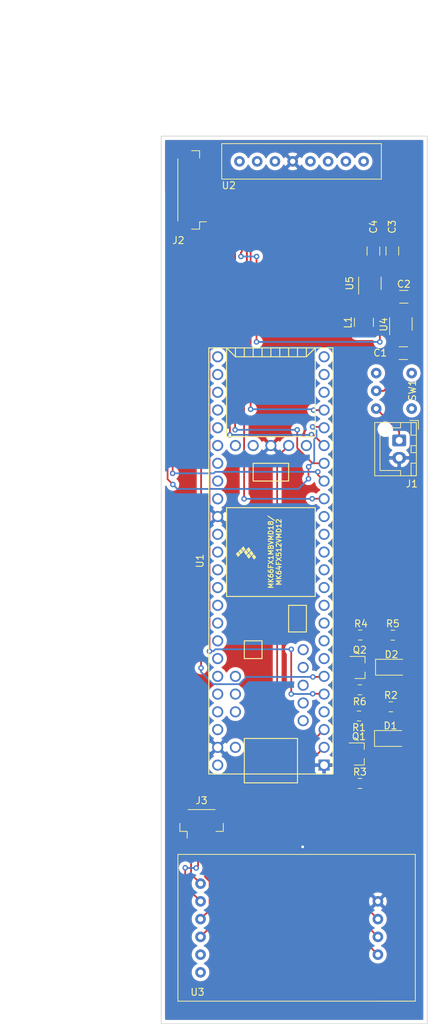
<source format=kicad_pcb>
(kicad_pcb (version 20171130) (host pcbnew "(5.1.2)-2")
  (layers (0 F.Cu signal) (31 B.Cu signal) (34 B.Paste user) (35 F.Paste user) (36 B.SilkS user) (37 F.SilkS user) (38 B.Mask user) (39 F.Mask user) (44 Edge.Cuts user))
  (net 0 "")
  (net 1 +3V3)
  (net 2 "Net-(U1-Pad22)")
  (net 3 "Net-(U1-Pad23)")
  (net 4 "Net-(U1-Pad24)")
  (net 5 "Net-(U1-Pad25)")
  (net 6 GNDREF)
  (net 7 "Net-(U1-Pad28)")
  (net 8 "Net-(U1-Pad29)")
  (net 9 "Net-(U1-Pad30)")
  (net 10 "Net-(U1-Pad31)")
  (net 11 "Net-(U1-Pad32)")
  (net 12 "Net-(U1-Pad33)")
  (net 13 "Net-(U1-Pad34)")
  (net 14 "Net-(U1-Pad35)")
  (net 15 "Net-(U1-Pad36)")
  (net 16 "Net-(U1-Pad37)")
  (net 17 "Net-(U1-Pad12)")
  (net 18 "Net-(U1-Pad10)")
  (net 19 "Net-(U1-Pad9)")
  (net 20 "Net-(U1-Pad7)")
  (net 21 "Net-(U1-Pad38)")
  (net 22 "Net-(U1-Pad41)")
  (net 23 "Net-(U1-Pad42)")
  (net 24 "Net-(U1-Pad43)")
  (net 25 "Net-(U1-Pad44)")
  (net 26 "Net-(U1-Pad47)")
  (net 27 "Net-(U1-Pad48)")
  (net 28 "Net-(U1-Pad49)")
  (net 29 "Net-(U1-Pad50)")
  (net 30 "Net-(U1-Pad54)")
  (net 31 "Net-(U1-Pad55)")
  (net 32 "Net-(U1-Pad56)")
  (net 33 "Net-(U1-Pad57)")
  (net 34 "Net-(U3-Pad5)")
  (net 35 "Net-(U3-Pad6)")
  (net 36 "Net-(C1-Pad2)")
  (net 37 +3.3VA)
  (net 38 +5V)
  (net 39 "Net-(L1-Pad2)")
  (net 40 /XBEE_CTS)
  (net 41 /TX_GPS)
  (net 42 /RX_GPS)
  (net 43 /XBEE_DOUT)
  (net 44 /XBEE_RTS)
  (net 45 "Net-(U1-Pad15)")
  (net 46 /Ardu_MISO)
  (net 47 /XBEE_DIN)
  (net 48 /Ardu_MOSI)
  (net 49 /Ardu_CS)
  (net 50 /Berry_SDA)
  (net 51 /Berry_SCL)
  (net 52 /HX_CLK)
  (net 53 /HX_OUT)
  (net 54 /Ardu_SCK)
  (net 55 /Ardu_SCL)
  (net 56 /Ardu_SDA)
  (net 57 "Net-(U1-Pad51)")
  (net 58 "Net-(J3-Pad1)")
  (net 59 "Net-(J3-Pad2)")
  (net 60 "Net-(J3-Pad3)")
  (net 61 "Net-(J3-Pad4)")
  (net 62 "Net-(U4-Pad3)")
  (net 63 "Net-(U4-Pad4)")
  (net 64 "Net-(U5-Pad5)")
  (net 65 "Net-(U5-Pad3)")
  (net 66 "Net-(D1-Pad1)")
  (net 67 "Net-(D2-Pad1)")
  (net 68 /USR_LED1)
  (net 69 "Net-(Q1-Pad2)")
  (net 70 "Net-(Q2-Pad2)")
  (net 71 /USR_LED2)
  (net 72 "Net-(J1-Pad1)")
  (module teensy:Teensy35_36 (layer F.Cu) (at 137.98804 112.55756 90)
    (fp_text reference U1 (at 0 -10.16 90) (layer F.SilkS))
    (fp_text value Teensy3.6)
    (fp_line (start -13.97 -3.81) (end -13.97 -1.27) (layer F.SilkS) (width 0.15))
    (fp_line (start -13.97 -1.27) (end -11.43 -1.27) (layer F.SilkS) (width 0.15))
    (fp_line (start -11.43 -1.27) (end -11.43 -3.81) (layer F.SilkS) (width 0.15))
    (fp_line (start -11.43 -3.81) (end -13.97 -3.81) (layer F.SilkS) (width 0.15))
    (fp_line (start -6.35 5.08) (end -10.16 5.08) (layer F.SilkS) (width 0.15))
    (fp_line (start -10.16 5.08) (end -10.16 2.54) (layer F.SilkS) (width 0.15))
    (fp_line (start -10.16 2.54) (end -6.35 2.54) (layer F.SilkS) (width 0.15))
    (fp_line (start -6.35 2.54) (end -6.35 5.08) (layer F.SilkS) (width 0.15))
    (fp_line (start 7.62 6.35) (end 7.62 -6.35) (layer F.SilkS) (width 0.15))
    (fp_line (start -5.08 -6.35) (end -5.08 6.35) (layer F.SilkS) (width 0.15))
    (fp_line (start -5.08 6.35) (end 7.62 6.35) (layer F.SilkS) (width 0.15))
    (fp_line (start -5.08 -6.35) (end 7.62 -6.35) (layer F.SilkS) (width 0.15))
    (fp_line (start 29.21 5.08) (end 30.48 5.08) (layer F.SilkS) (width 0.15))
    (fp_line (start 29.21 3.81) (end 30.48 3.81) (layer F.SilkS) (width 0.15))
    (fp_line (start 29.21 2.54) (end 30.48 2.54) (layer F.SilkS) (width 0.15))
    (fp_line (start 29.21 1.27) (end 30.48 1.27) (layer F.SilkS) (width 0.15))
    (fp_line (start 29.21 0) (end 30.48 0) (layer F.SilkS) (width 0.15))
    (fp_line (start 29.21 -1.27) (end 30.48 -1.27) (layer F.SilkS) (width 0.15))
    (fp_line (start 29.21 -2.54) (end 30.48 -2.54) (layer F.SilkS) (width 0.15))
    (fp_line (start 29.21 -3.81) (end 30.48 -3.81) (layer F.SilkS) (width 0.15))
    (fp_line (start 29.21 -5.08) (end 30.48 -5.08) (layer F.SilkS) (width 0.15))
    (fp_line (start 30.48 6.35) (end 29.21 5.08) (layer F.SilkS) (width 0.15))
    (fp_line (start 29.21 5.08) (end 29.21 -5.08) (layer F.SilkS) (width 0.15))
    (fp_line (start 29.21 -5.08) (end 30.48 -6.35) (layer F.SilkS) (width 0.15))
    (fp_line (start 30.48 -6.35) (end 17.78 -6.35) (layer F.SilkS) (width 0.15))
    (fp_line (start 17.78 -6.35) (end 17.78 6.35) (layer F.SilkS) (width 0.15))
    (fp_line (start 17.78 6.35) (end 30.48 6.35) (layer F.SilkS) (width 0.15))
    (fp_line (start 30.48 -8.89) (end -30.48 -8.89) (layer F.SilkS) (width 0.15))
    (fp_line (start -30.48 8.89) (end 30.48 8.89) (layer F.SilkS) (width 0.15))
    (fp_line (start -30.48 3.81) (end -31.75 3.81) (layer F.SilkS) (width 0.15))
    (fp_line (start -31.75 3.81) (end -31.75 -3.81) (layer F.SilkS) (width 0.15))
    (fp_line (start -31.75 -3.81) (end -30.48 -3.81) (layer F.SilkS) (width 0.15))
    (fp_line (start -25.4 3.81) (end -25.4 -3.81) (layer F.SilkS) (width 0.15))
    (fp_line (start -25.4 -3.81) (end -30.48 -3.81) (layer F.SilkS) (width 0.15))
    (fp_line (start -25.4 3.81) (end -30.48 3.81) (layer F.SilkS) (width 0.15))
    (fp_line (start 13.97 -2.54) (end 13.97 2.54) (layer F.SilkS) (width 0.15))
    (fp_line (start 13.97 2.54) (end 11.43 2.54) (layer F.SilkS) (width 0.15))
    (fp_line (start 11.43 2.54) (end 11.43 -2.54) (layer F.SilkS) (width 0.15))
    (fp_line (start 11.43 -2.54) (end 13.97 -2.54) (layer F.SilkS) (width 0.15))
    (fp_line (start 30.48 -8.89) (end 30.48 8.89) (layer F.SilkS) (width 0.15))
    (fp_line (start -30.48 8.89) (end -30.48 -8.89) (layer F.SilkS) (width 0.15))
    (fp_poly (pts (xy 1.016 -4.953) (xy 1.27 -4.699) (xy 0.889 -4.445) (xy 0.635 -4.699)) (layer F.SilkS) (width 0.1))
    (fp_poly (pts (xy 0.762 -3.429) (xy 1.016 -3.175) (xy 0.635 -2.921) (xy 0.381 -3.175)) (layer F.SilkS) (width 0.1))
    (fp_poly (pts (xy 0.635 -2.667) (xy 0.889 -2.413) (xy 0.508 -2.159) (xy 0.254 -2.413)) (layer F.SilkS) (width 0.1))
    (fp_poly (pts (xy 1.778 -4.191) (xy 2.032 -3.937) (xy 1.651 -3.683) (xy 1.397 -3.937)) (layer F.SilkS) (width 0.1))
    (fp_poly (pts (xy 1.143 -3.048) (xy 1.397 -2.794) (xy 1.016 -2.54) (xy 0.762 -2.794)) (layer F.SilkS) (width 0.1))
    (fp_poly (pts (xy 1.651 -3.429) (xy 1.905 -3.175) (xy 1.524 -2.921) (xy 1.27 -3.175)) (layer F.SilkS) (width 0.1))
    (fp_poly (pts (xy 1.397 -4.572) (xy 1.651 -4.318) (xy 1.27 -4.064) (xy 1.016 -4.318)) (layer F.SilkS) (width 0.1))
    (fp_poly (pts (xy 1.27 -3.81) (xy 1.524 -3.556) (xy 1.143 -3.302) (xy 0.889 -3.556)) (layer F.SilkS) (width 0.1))
    (fp_text user MK66FX1MBVMD18/ (at 1.27 0 90) (layer F.SilkS) (effects (font (size 0.7 0.7))))
    (fp_text user MK64FX512VMD12 (at 1.27 1.143 90) (layer F.SilkS) (effects (font (size 0.7 0.7))))
    (pad 17 thru_hole circle (at 11.43 7.62 90) (size 1.6 1.6) (drill 1.1) (layers *.Cu *.Mask) (net 40 /XBEE_CTS))
    (pad 18 thru_hole circle (at 13.97 7.62 90) (size 1.6 1.6) (drill 1.1) (layers *.Cu *.Mask) (net 41 /TX_GPS))
    (pad 19 thru_hole circle (at 16.51 7.62 90) (size 1.6 1.6) (drill 1.1) (layers *.Cu *.Mask) (net 42 /RX_GPS))
    (pad 20 thru_hole circle (at 19.05 7.62 90) (size 1.6 1.6) (drill 1.1) (layers *.Cu *.Mask) (net 43 /XBEE_DOUT))
    (pad 16 thru_hole circle (at 8.89 7.62 90) (size 1.6 1.6) (drill 1.1) (layers *.Cu *.Mask) (net 44 /XBEE_RTS))
    (pad 15 thru_hole circle (at 6.35 7.62 90) (size 1.6 1.6) (drill 1.1) (layers *.Cu *.Mask) (net 45 "Net-(U1-Pad15)"))
    (pad 14 thru_hole circle (at 3.81 7.62 90) (size 1.6 1.6) (drill 1.1) (layers *.Cu *.Mask) (net 46 /Ardu_MISO))
    (pad 21 thru_hole circle (at 21.59 7.62 90) (size 1.6 1.6) (drill 1.1) (layers *.Cu *.Mask) (net 47 /XBEE_DIN))
    (pad 22 thru_hole circle (at 24.13 7.62 90) (size 1.6 1.6) (drill 1.1) (layers *.Cu *.Mask) (net 2 "Net-(U1-Pad22)"))
    (pad 23 thru_hole circle (at 26.67 7.62 90) (size 1.6 1.6) (drill 1.1) (layers *.Cu *.Mask) (net 3 "Net-(U1-Pad23)"))
    (pad 24 thru_hole circle (at 29.21 7.62 90) (size 1.6 1.6) (drill 1.1) (layers *.Cu *.Mask) (net 4 "Net-(U1-Pad24)"))
    (pad 25 thru_hole circle (at 16.51 5.08 90) (size 1.6 1.6) (drill 1.1) (layers *.Cu *.Mask) (net 5 "Net-(U1-Pad25)"))
    (pad 26 thru_hole circle (at 16.51 2.54 90) (size 1.6 1.6) (drill 1.1) (layers *.Cu *.Mask) (net 1 +3V3))
    (pad 27 thru_hole circle (at 16.51 0 90) (size 1.6 1.6) (drill 1.1) (layers *.Cu *.Mask) (net 6 GNDREF))
    (pad 28 thru_hole circle (at 16.51 -2.54 90) (size 1.6 1.6) (drill 1.1) (layers *.Cu *.Mask) (net 7 "Net-(U1-Pad28)"))
    (pad 29 thru_hole circle (at 16.51 -5.08 90) (size 1.6 1.6) (drill 1.1) (layers *.Cu *.Mask) (net 8 "Net-(U1-Pad29)"))
    (pad 30 thru_hole circle (at 29.21 -7.62 90) (size 1.6 1.6) (drill 1.1) (layers *.Cu *.Mask) (net 9 "Net-(U1-Pad30)"))
    (pad 31 thru_hole circle (at 26.67 -7.62 90) (size 1.6 1.6) (drill 1.1) (layers *.Cu *.Mask) (net 10 "Net-(U1-Pad31)"))
    (pad 32 thru_hole circle (at 24.13 -7.62 90) (size 1.6 1.6) (drill 1.1) (layers *.Cu *.Mask) (net 11 "Net-(U1-Pad32)"))
    (pad 33 thru_hole circle (at 21.59 -7.62 90) (size 1.6 1.6) (drill 1.1) (layers *.Cu *.Mask) (net 12 "Net-(U1-Pad33)"))
    (pad 34 thru_hole circle (at 19.05 -7.62 90) (size 1.6 1.6) (drill 1.1) (layers *.Cu *.Mask) (net 13 "Net-(U1-Pad34)"))
    (pad 35 thru_hole circle (at 16.51 -7.62 90) (size 1.6 1.6) (drill 1.1) (layers *.Cu *.Mask) (net 14 "Net-(U1-Pad35)"))
    (pad 36 thru_hole circle (at 13.97 -7.62 90) (size 1.6 1.6) (drill 1.1) (layers *.Cu *.Mask) (net 15 "Net-(U1-Pad36)"))
    (pad 37 thru_hole circle (at 11.43 -7.62 90) (size 1.6 1.6) (drill 1.1) (layers *.Cu *.Mask) (net 16 "Net-(U1-Pad37)"))
    (pad 13 thru_hole circle (at 1.27 7.62 90) (size 1.6 1.6) (drill 1.1) (layers *.Cu *.Mask) (net 48 /Ardu_MOSI))
    (pad 12 thru_hole circle (at -1.27 7.62 90) (size 1.6 1.6) (drill 1.1) (layers *.Cu *.Mask) (net 17 "Net-(U1-Pad12)"))
    (pad 11 thru_hole circle (at -3.81 7.62 90) (size 1.6 1.6) (drill 1.1) (layers *.Cu *.Mask) (net 49 /Ardu_CS))
    (pad 10 thru_hole circle (at -6.35 7.62 90) (size 1.6 1.6) (drill 1.1) (layers *.Cu *.Mask) (net 18 "Net-(U1-Pad10)"))
    (pad 9 thru_hole circle (at -8.89 7.62 90) (size 1.6 1.6) (drill 1.1) (layers *.Cu *.Mask) (net 19 "Net-(U1-Pad9)"))
    (pad 8 thru_hole circle (at -11.43 7.62 90) (size 1.6 1.6) (drill 1.1) (layers *.Cu *.Mask) (net 71 /USR_LED2))
    (pad 7 thru_hole circle (at -13.97 7.62 90) (size 1.6 1.6) (drill 1.1) (layers *.Cu *.Mask) (net 20 "Net-(U1-Pad7)"))
    (pad 6 thru_hole circle (at -16.51 7.62 90) (size 1.6 1.6) (drill 1.1) (layers *.Cu *.Mask) (net 50 /Berry_SDA))
    (pad 5 thru_hole circle (at -19.05 7.62 90) (size 1.6 1.6) (drill 1.1) (layers *.Cu *.Mask) (net 51 /Berry_SCL))
    (pad 4 thru_hole circle (at -21.59 7.62 90) (size 1.6 1.6) (drill 1.1) (layers *.Cu *.Mask) (net 68 /USR_LED1))
    (pad 3 thru_hole circle (at -24.13 7.62 90) (size 1.6 1.6) (drill 1.1) (layers *.Cu *.Mask) (net 52 /HX_CLK))
    (pad 2 thru_hole circle (at -26.67 7.62 90) (size 1.6 1.6) (drill 1.1) (layers *.Cu *.Mask) (net 53 /HX_OUT))
    (pad 1 thru_hole rect (at -29.21 7.62 90) (size 1.6 1.6) (drill 1.1) (layers *.Cu *.Mask) (net 6 GNDREF))
    (pad 38 thru_hole circle (at 8.89 -7.62 90) (size 1.6 1.6) (drill 1.1) (layers *.Cu *.Mask) (net 21 "Net-(U1-Pad38)"))
    (pad 39 thru_hole circle (at 6.35 -7.62 90) (size 1.6 1.6) (drill 1.1) (layers *.Cu *.Mask) (net 6 GNDREF))
    (pad 40 thru_hole circle (at 3.81 -7.62 90) (size 1.6 1.6) (drill 1.1) (layers *.Cu *.Mask) (net 54 /Ardu_SCK))
    (pad 41 thru_hole circle (at 1.27 -7.62 90) (size 1.6 1.6) (drill 1.1) (layers *.Cu *.Mask) (net 22 "Net-(U1-Pad41)"))
    (pad 42 thru_hole circle (at -1.27 -7.62 90) (size 1.6 1.6) (drill 1.1) (layers *.Cu *.Mask) (net 23 "Net-(U1-Pad42)"))
    (pad 43 thru_hole circle (at -3.81 -7.62 90) (size 1.6 1.6) (drill 1.1) (layers *.Cu *.Mask) (net 24 "Net-(U1-Pad43)"))
    (pad 44 thru_hole circle (at -6.35 -7.62 90) (size 1.6 1.6) (drill 1.1) (layers *.Cu *.Mask) (net 25 "Net-(U1-Pad44)"))
    (pad 45 thru_hole circle (at -8.89 -7.62 90) (size 1.6 1.6) (drill 1.1) (layers *.Cu *.Mask) (net 55 /Ardu_SCL))
    (pad 46 thru_hole circle (at -11.43 -7.62 90) (size 1.6 1.6) (drill 1.1) (layers *.Cu *.Mask) (net 56 /Ardu_SDA))
    (pad 47 thru_hole circle (at -13.97 -7.62 90) (size 1.6 1.6) (drill 1.1) (layers *.Cu *.Mask) (net 26 "Net-(U1-Pad47)"))
    (pad 48 thru_hole circle (at -16.51 -7.62 90) (size 1.6 1.6) (drill 1.1) (layers *.Cu *.Mask) (net 27 "Net-(U1-Pad48)"))
    (pad 49 thru_hole circle (at -19.05 -7.62 90) (size 1.6 1.6) (drill 1.1) (layers *.Cu *.Mask) (net 28 "Net-(U1-Pad49)"))
    (pad 50 thru_hole circle (at -21.59 -7.62 90) (size 1.6 1.6) (drill 1.1) (layers *.Cu *.Mask) (net 29 "Net-(U1-Pad50)"))
    (pad 51 thru_hole circle (at -24.13 -7.62 90) (size 1.6 1.6) (drill 1.1) (layers *.Cu *.Mask) (net 57 "Net-(U1-Pad51)"))
    (pad 52 thru_hole circle (at -26.67 -7.62 90) (size 1.6 1.6) (drill 1.1) (layers *.Cu *.Mask) (net 6 GNDREF))
    (pad 53 thru_hole circle (at -29.21 -7.62 90) (size 1.6 1.6) (drill 1.1) (layers *.Cu *.Mask) (net 38 +5V))
    (pad 54 thru_hole circle (at -26.67 -5.08 90) (size 1.6 1.6) (drill 1.1) (layers *.Cu *.Mask) (net 30 "Net-(U1-Pad54)"))
    (pad 55 thru_hole circle (at -21.59 -5.08 90) (size 1.6 1.6) (drill 1.1) (layers *.Cu *.Mask) (net 31 "Net-(U1-Pad55)"))
    (pad 56 thru_hole circle (at -19.05 -5.08 90) (size 1.6 1.6) (drill 1.1) (layers *.Cu *.Mask) (net 32 "Net-(U1-Pad56)"))
    (pad 57 thru_hole circle (at -16.51 -5.08 90) (size 1.6 1.6) (drill 1.1) (layers *.Cu *.Mask) (net 33 "Net-(U1-Pad57)"))
    (pad 58 thru_hole circle (at -22.86 4.62 90) (size 1.6 1.6) (drill 1.1) (layers *.Cu *.Mask))
    (pad 59 thru_hole circle (at -20.32 4.62 90) (size 1.6 1.6) (drill 1.1) (layers *.Cu *.Mask))
    (pad 60 thru_hole circle (at -17.78 4.62 90) (size 1.6 1.6) (drill 1.1) (layers *.Cu *.Mask))
    (pad 61 thru_hole circle (at -15.24 4.62 90) (size 1.6 1.6) (drill 1.1) (layers *.Cu *.Mask))
    (pad 62 thru_hole circle (at -12.7 4.62 90) (size 1.6 1.6) (drill 1.1) (layers *.Cu *.Mask))
  )
  (module Payload:ArduCam (layer F.Cu) (at 142.37716 55.13832 180)
    (fp_text reference U2 (at 10.41908 -3.71094) (layer F.SilkS))
    (fp_text value ArduCam)
    (fp_line (start -11.43 -2.794) (end -11.43 2.286) (layer F.SilkS) (width 0.12))
    (fp_line (start -11.43 2.286) (end 11.43 2.286) (layer F.SilkS) (width 0.12))
    (fp_line (start 11.43 2.286) (end 11.43 -2.794) (layer F.SilkS) (width 0.12))
    (fp_line (start 11.43 -2.794) (end -11.43 -2.794) (layer F.SilkS) (width 0.12))
    (pad 1 thru_hole circle (at -8.89 -0.254 180) (size 1.524 1.524) (drill 0.762) (layers *.Cu *.Mask) (net 49 /Ardu_CS))
    (pad 2 thru_hole circle (at -6.35 -0.254 180) (size 1.524 1.524) (drill 0.762) (layers *.Cu *.Mask) (net 48 /Ardu_MOSI))
    (pad 3 thru_hole circle (at -3.81 -0.254 180) (size 1.524 1.524) (drill 0.762) (layers *.Cu *.Mask) (net 46 /Ardu_MISO))
    (pad 4 thru_hole circle (at -1.27 -0.254 180) (size 1.524 1.524) (drill 0.762) (layers *.Cu *.Mask) (net 54 /Ardu_SCK))
    (pad 5 thru_hole circle (at 1.27 -0.254 180) (size 1.524 1.524) (drill 0.762) (layers *.Cu *.Mask) (net 6 GNDREF))
    (pad 6 thru_hole circle (at 3.81 -0.254 180) (size 1.524 1.524) (drill 0.762) (layers *.Cu *.Mask) (net 1 +3V3))
    (pad 7 thru_hole circle (at 6.35 -0.254 180) (size 1.524 1.524) (drill 0.762) (layers *.Cu *.Mask) (net 14 "Net-(U1-Pad35)"))
    (pad 8 thru_hole circle (at 8.89 -0.254 180) (size 1.524 1.524) (drill 0.762) (layers *.Cu *.Mask) (net 13 "Net-(U1-Pad34)"))
  )
  (module Capacitor_SMD:C_1206_3216Metric (layer F.Cu) (at 156.94914 82.8294 180)
    (fp_text reference C1 (at 3.30454 0.03556) (layer F.SilkS))
    (fp_text value 1uF)
    (fp_line (start -0.602064 -0.91) (end 0.602064 -0.91) (layer F.SilkS) (width 0.12))
    (fp_line (start -0.602064 0.91) (end 0.602064 0.91) (layer F.SilkS) (width 0.12))
    (pad 1 smd roundrect (at -1.4 0 180) (size 1.25 1.75) (layers F.Cu F.Paste F.Mask) (roundrect_rratio 0.2) (net 6 GNDREF))
    (pad 2 smd roundrect (at 1.4 0 180) (size 1.25 1.75) (layers F.Cu F.Paste F.Mask) (roundrect_rratio 0.2) (net 36 "Net-(C1-Pad2)"))
  )
  (module Capacitor_SMD:C_1206_3216Metric (layer F.Cu) (at 157.02788 74.76744)
    (fp_text reference C2 (at 0 -1.82) (layer F.SilkS))
    (fp_text value 1uF)
    (fp_line (start -0.602064 0.91) (end 0.602064 0.91) (layer F.SilkS) (width 0.12))
    (fp_line (start -0.602064 -0.91) (end 0.602064 -0.91) (layer F.SilkS) (width 0.12))
    (pad 2 smd roundrect (at 1.4 0) (size 1.25 1.75) (layers F.Cu F.Paste F.Mask) (roundrect_rratio 0.2) (net 6 GNDREF))
    (pad 1 smd roundrect (at -1.4 0) (size 1.25 1.75) (layers F.Cu F.Paste F.Mask) (roundrect_rratio 0.2) (net 37 +3.3VA))
  )
  (module Capacitor_SMD:C_1206_3216Metric (layer F.Cu) (at 155.37688 68.199 90)
    (fp_text reference C3 (at 3.44932 -0.03048 90) (layer F.SilkS))
    (fp_text value 10uF hide)
    (fp_line (start -0.602064 -0.91) (end 0.602064 -0.91) (layer F.SilkS) (width 0.12))
    (fp_line (start -0.602064 0.91) (end 0.602064 0.91) (layer F.SilkS) (width 0.12))
    (pad 1 smd roundrect (at -1.4 0 90) (size 1.25 1.75) (layers F.Cu F.Paste F.Mask) (roundrect_rratio 0.2) (net 38 +5V))
    (pad 2 smd roundrect (at 1.4 0 90) (size 1.25 1.75) (layers F.Cu F.Paste F.Mask) (roundrect_rratio 0.2) (net 6 GNDREF))
  )
  (module Capacitor_SMD:C_1206_3216Metric (layer F.Cu) (at 152.66924 68.22694 90)
    (fp_text reference C4 (at 3.47726 -0.00254 90) (layer F.SilkS))
    (fp_text value 10uF hide)
    (fp_line (start -0.602064 0.91) (end 0.602064 0.91) (layer F.SilkS) (width 0.12))
    (fp_line (start -0.602064 -0.91) (end 0.602064 -0.91) (layer F.SilkS) (width 0.12))
    (pad 2 smd roundrect (at 1.4 0 90) (size 1.25 1.75) (layers F.Cu F.Paste F.Mask) (roundrect_rratio 0.2) (net 6 GNDREF))
    (pad 1 smd roundrect (at -1.4 0 90) (size 1.25 1.75) (layers F.Cu F.Paste F.Mask) (roundrect_rratio 0.2) (net 38 +5V))
  )
  (module Inductor_SMD:L_1210_3225Metric (layer F.Cu) (at 151.3078 78.42758 90)
    (fp_text reference L1 (at 0 -2.28 90) (layer F.SilkS))
    (fp_text value 2.2uH)
    (fp_line (start -0.602064 -1.36) (end 0.602064 -1.36) (layer F.SilkS) (width 0.12))
    (fp_line (start -0.602064 1.36) (end 0.602064 1.36) (layer F.SilkS) (width 0.12))
    (pad 1 smd roundrect (at -1.4 0 90) (size 1.25 2.65) (layers F.Cu F.Paste F.Mask) (roundrect_rratio 0.2) (net 36 "Net-(C1-Pad2)"))
    (pad 2 smd roundrect (at 1.4 0 90) (size 1.25 2.65) (layers F.Cu F.Paste F.Mask) (roundrect_rratio 0.2) (net 39 "Net-(L1-Pad2)"))
  )
  (module Payload:HX711_Breakout (layer F.Cu) (at 140.0175 165.04412)
    (fp_text reference U3 (at -12.54252 9.20496) (layer F.SilkS))
    (fp_text value HX711_Breakout)
    (fp_line (start -15.34624 10.4974) (end 18.65376 10.4974) (layer F.SilkS) (width 0.12))
    (fp_line (start 18.65376 -10.5026) (end 18.65376 10.4974) (layer F.SilkS) (width 0.12))
    (fp_line (start 13.29436 10.4974) (end 18.65376 10.4974) (layer F.SilkS) (width 0.12))
    (fp_line (start -15.34624 -10.5026) (end 18.65376 -10.5026) (layer F.SilkS) (width 0.12))
    (fp_line (start -15.34624 -10.5026) (end -15.34624 10.4974) (layer F.SilkS) (width 0.12))
    (pad 1 thru_hole circle (at -12.10564 -6.3246) (size 1.524 1.524) (drill 0.762) (layers *.Cu *.Mask) (net 58 "Net-(J3-Pad1)"))
    (pad 2 thru_hole circle (at -12.10564 -3.7846) (size 1.524 1.524) (drill 0.762) (layers *.Cu *.Mask) (net 59 "Net-(J3-Pad2)"))
    (pad 3 thru_hole circle (at -12.10564 -1.2446) (size 1.524 1.524) (drill 0.762) (layers *.Cu *.Mask) (net 60 "Net-(J3-Pad3)"))
    (pad 4 thru_hole circle (at -12.10564 1.2954) (size 1.524 1.524) (drill 0.762) (layers *.Cu *.Mask) (net 61 "Net-(J3-Pad4)"))
    (pad 5 thru_hole circle (at -12.10564 3.8354) (size 1.524 1.524) (drill 0.762) (layers *.Cu *.Mask) (net 34 "Net-(U3-Pad5)"))
    (pad 6 thru_hole circle (at -12.10564 6.3754) (size 1.524 1.524) (drill 0.762) (layers *.Cu *.Mask) (net 35 "Net-(U3-Pad6)"))
    (pad 7 thru_hole circle (at 13.29436 -3.7846) (size 1.524 1.524) (drill 0.762) (layers *.Cu *.Mask) (net 6 GNDREF))
    (pad 8 thru_hole circle (at 13.29436 -1.2446) (size 1.524 1.524) (drill 0.762) (layers *.Cu *.Mask) (net 53 /HX_OUT))
    (pad 9 thru_hole circle (at 13.29436 1.2954) (size 1.524 1.524) (drill 0.762) (layers *.Cu *.Mask) (net 52 /HX_CLK))
    (pad 10 thru_hole circle (at 13.29436 3.8354) (size 1.524 1.524) (drill 0.762) (layers *.Cu *.Mask) (net 1 +3V3))
  )
  (module Package_TO_SOT_SMD:SOT-23-5 (layer F.Cu) (at 156.60116 78.64856 90)
    (fp_text reference U4 (at -0.09144 -2.45364 90) (layer F.SilkS))
    (fp_text value AP7370-50W5-7)
    (fp_line (start -0.9 1.61) (end 0.9 1.61) (layer F.SilkS) (width 0.12))
    (fp_line (start 0.9 -1.61) (end -1.55 -1.61) (layer F.SilkS) (width 0.12))
    (pad 1 smd rect (at -1.1 -0.95 90) (size 1.06 0.65) (layers F.Cu F.Paste F.Mask) (net 36 "Net-(C1-Pad2)"))
    (pad 2 smd rect (at -1.1 0 90) (size 1.06 0.65) (layers F.Cu F.Paste F.Mask) (net 6 GNDREF))
    (pad 3 smd rect (at -1.1 0.95 90) (size 1.06 0.65) (layers F.Cu F.Paste F.Mask) (net 62 "Net-(U4-Pad3)"))
    (pad 4 smd rect (at 1.1 0.95 90) (size 1.06 0.65) (layers F.Cu F.Paste F.Mask) (net 63 "Net-(U4-Pad4)"))
    (pad 5 smd rect (at 1.1 -0.95 90) (size 1.06 0.65) (layers F.Cu F.Paste F.Mask) (net 37 +3.3VA))
  )
  (module Package_TO_SOT_SMD:SOT-23-5 (layer F.Cu) (at 152.16378 72.83958 90)
    (fp_text reference U5 (at 0 -2.9 90) (layer F.SilkS))
    (fp_text value TPS613222ADBVR)
    (fp_line (start 0.9 -1.61) (end -1.55 -1.61) (layer F.SilkS) (width 0.12))
    (fp_line (start -0.9 1.61) (end 0.9 1.61) (layer F.SilkS) (width 0.12))
    (pad 5 smd rect (at 1.1 -0.95 90) (size 1.06 0.65) (layers F.Cu F.Paste F.Mask) (net 64 "Net-(U5-Pad5)"))
    (pad 4 smd rect (at 1.1 0.95 90) (size 1.06 0.65) (layers F.Cu F.Paste F.Mask) (net 38 +5V))
    (pad 3 smd rect (at -1.1 0.95 90) (size 1.06 0.65) (layers F.Cu F.Paste F.Mask) (net 65 "Net-(U5-Pad3)"))
    (pad 2 smd rect (at -1.1 0 90) (size 1.06 0.65) (layers F.Cu F.Paste F.Mask) (net 6 GNDREF))
    (pad 1 smd rect (at -1.1 -0.95 90) (size 1.06 0.65) (layers F.Cu F.Paste F.Mask) (net 39 "Net-(L1-Pad2)"))
  )
  (module LED_SMD:LED_1206_3216Metric (layer F.Cu) (at 155.10764 137.95756)
    (fp_text reference D1 (at 0 -1.82) (layer F.SilkS))
    (fp_text value LED)
    (fp_line (start 1.6 -1.135) (end -2.285 -1.135) (layer F.SilkS) (width 0.12))
    (fp_line (start -2.285 -1.135) (end -2.285 1.135) (layer F.SilkS) (width 0.12))
    (fp_line (start -2.285 1.135) (end 1.6 1.135) (layer F.SilkS) (width 0.12))
    (pad 1 smd roundrect (at -1.4 0) (size 1.25 1.75) (layers F.Cu F.Paste F.Mask) (roundrect_rratio 0.2) (net 66 "Net-(D1-Pad1)"))
    (pad 2 smd roundrect (at 1.4 0) (size 1.25 1.75) (layers F.Cu F.Paste F.Mask) (roundrect_rratio 0.2) (net 38 +5V))
  )
  (module LED_SMD:LED_1206_3216Metric (layer F.Cu) (at 155.2575 127.762)
    (fp_text reference D2 (at 0 -1.82) (layer F.SilkS))
    (fp_text value LED)
    (fp_line (start -2.285 1.135) (end 1.6 1.135) (layer F.SilkS) (width 0.12))
    (fp_line (start -2.285 -1.135) (end -2.285 1.135) (layer F.SilkS) (width 0.12))
    (fp_line (start 1.6 -1.135) (end -2.285 -1.135) (layer F.SilkS) (width 0.12))
    (pad 2 smd roundrect (at 1.4 0) (size 1.25 1.75) (layers F.Cu F.Paste F.Mask) (roundrect_rratio 0.2) (net 38 +5V))
    (pad 1 smd roundrect (at -1.4 0) (size 1.25 1.75) (layers F.Cu F.Paste F.Mask) (roundrect_rratio 0.2) (net 67 "Net-(D2-Pad1)"))
  )
  (module Connector_JST:JST_XH_B2B-XH-AM_1x02_P2.50mm_Vertical (layer F.Cu) (at 156.3624 95.31604 270)
    (fp_text reference J1 (at 6.20776 -1.81356 180) (layer F.SilkS))
    (fp_text value BATTERY)
    (fp_line (start -2.56 -2.46) (end -2.56 3.51) (layer F.SilkS) (width 0.12))
    (fp_line (start -2.56 3.51) (end 5.06 3.51) (layer F.SilkS) (width 0.12))
    (fp_line (start 5.06 3.51) (end 5.06 -2.46) (layer F.SilkS) (width 0.12))
    (fp_line (start 5.06 -2.46) (end -2.56 -2.46) (layer F.SilkS) (width 0.12))
    (fp_line (start 0.75 -2.45) (end 0.75 -1.7) (layer F.SilkS) (width 0.12))
    (fp_line (start 0.75 -1.7) (end 1.75 -1.7) (layer F.SilkS) (width 0.12))
    (fp_line (start 1.75 -1.7) (end 1.75 -2.45) (layer F.SilkS) (width 0.12))
    (fp_line (start 1.75 -2.45) (end 0.75 -2.45) (layer F.SilkS) (width 0.12))
    (fp_line (start -2.55 -2.45) (end -2.55 -1.7) (layer F.SilkS) (width 0.12))
    (fp_line (start -2.55 -1.7) (end -0.75 -1.7) (layer F.SilkS) (width 0.12))
    (fp_line (start -0.75 -1.7) (end -0.75 -2.45) (layer F.SilkS) (width 0.12))
    (fp_line (start -0.75 -2.45) (end -2.55 -2.45) (layer F.SilkS) (width 0.12))
    (fp_line (start 3.25 -2.45) (end 3.25 -1.7) (layer F.SilkS) (width 0.12))
    (fp_line (start 3.25 -1.7) (end 5.05 -1.7) (layer F.SilkS) (width 0.12))
    (fp_line (start 5.05 -1.7) (end 5.05 -2.45) (layer F.SilkS) (width 0.12))
    (fp_line (start 5.05 -2.45) (end 3.25 -2.45) (layer F.SilkS) (width 0.12))
    (fp_line (start -2.55 -0.2) (end -1.8 -0.2) (layer F.SilkS) (width 0.12))
    (fp_line (start -1.8 -0.2) (end -1.8 1.14) (layer F.SilkS) (width 0.12))
    (fp_line (start 1.25 2.75) (end -0.74 2.75) (layer F.SilkS) (width 0.12))
    (fp_line (start 5.05 -0.2) (end 4.3 -0.2) (layer F.SilkS) (width 0.12))
    (fp_line (start 4.3 -0.2) (end 4.3 2.75) (layer F.SilkS) (width 0.12))
    (fp_line (start 4.3 2.75) (end 1.25 2.75) (layer F.SilkS) (width 0.12))
    (fp_line (start -1.6 -2.75) (end -2.85 -2.75) (layer F.SilkS) (width 0.12))
    (fp_line (start -2.85 -2.75) (end -2.85 -1.5) (layer F.SilkS) (width 0.12))
    (pad 1 thru_hole roundrect (at 0 0 270) (size 1.7 2) (drill 1) (layers *.Cu *.Mask) (roundrect_rratio 0.147059) (net 72 "Net-(J1-Pad1)"))
    (pad 2 thru_hole oval (at 2.5 0 270) (size 1.7 2) (drill 1) (layers *.Cu *.Mask) (net 6 GNDREF))
    (pad "" np_thru_hole circle (at -1.6 2 270) (size 1.2 1.2) (drill 1.2) (layers *.Cu *.Mask))
  )
  (module Package_TO_SOT_SMD:SOT-23 (layer F.Cu) (at 150.5966 140.17752)
    (fp_text reference Q1 (at 0 -2.5) (layer F.SilkS))
    (fp_text value Q_NMOS_GSD)
    (fp_line (start 0.76 1.58) (end 0.76 0.65) (layer F.SilkS) (width 0.12))
    (fp_line (start 0.76 -1.58) (end 0.76 -0.65) (layer F.SilkS) (width 0.12))
    (fp_line (start 0.76 -1.58) (end -1.4 -1.58) (layer F.SilkS) (width 0.12))
    (fp_line (start 0.76 1.58) (end -0.7 1.58) (layer F.SilkS) (width 0.12))
    (pad 1 smd rect (at -1 -0.95) (size 0.9 0.8) (layers F.Cu F.Paste F.Mask) (net 68 /USR_LED1))
    (pad 2 smd rect (at -1 0.95) (size 0.9 0.8) (layers F.Cu F.Paste F.Mask) (net 69 "Net-(Q1-Pad2)"))
    (pad 3 smd rect (at 1 0) (size 0.9 0.8) (layers F.Cu F.Paste F.Mask) (net 66 "Net-(D1-Pad1)"))
  )
  (module Package_TO_SOT_SMD:SOT-23 (layer F.Cu) (at 150.7109 127.80264)
    (fp_text reference Q2 (at 0 -2.5) (layer F.SilkS))
    (fp_text value Q_NMOS_GSD)
    (fp_line (start 0.76 1.58) (end -0.7 1.58) (layer F.SilkS) (width 0.12))
    (fp_line (start 0.76 -1.58) (end -1.4 -1.58) (layer F.SilkS) (width 0.12))
    (fp_line (start 0.76 -1.58) (end 0.76 -0.65) (layer F.SilkS) (width 0.12))
    (fp_line (start 0.76 1.58) (end 0.76 0.65) (layer F.SilkS) (width 0.12))
    (pad 3 smd rect (at 1 0) (size 0.9 0.8) (layers F.Cu F.Paste F.Mask) (net 67 "Net-(D2-Pad1)"))
    (pad 2 smd rect (at -1 0.95) (size 0.9 0.8) (layers F.Cu F.Paste F.Mask) (net 70 "Net-(Q2-Pad2)"))
    (pad 1 smd rect (at -1 -0.95) (size 0.9 0.8) (layers F.Cu F.Paste F.Mask) (net 71 /USR_LED2))
  )
  (module Connector_JST:JST_SH_BM09B-SRSS-TB_1x09-1MP_P1.00mm_Vertical (layer F.Cu) (at 126.66726 59.47664 90)
    (fp_text reference J2 (at -7.22376 -1.92532 180) (layer F.SilkS))
    (fp_text value BridgeConn)
    (fp_line (start -5.61 -0.04) (end -5.61 1.11) (layer F.SilkS) (width 0.12))
    (fp_line (start -5.61 1.11) (end -4.56 1.11) (layer F.SilkS) (width 0.12))
    (fp_line (start -4.56 1.11) (end -4.56 2.1) (layer F.SilkS) (width 0.12))
    (fp_line (start 5.61 -0.04) (end 5.61 1.11) (layer F.SilkS) (width 0.12))
    (fp_line (start 5.61 1.11) (end 4.56 1.11) (layer F.SilkS) (width 0.12))
    (fp_line (start -4.44 -2.01) (end 4.44 -2.01) (layer F.SilkS) (width 0.12))
    (pad 1 smd roundrect (at -4 1.325 90) (size 0.6 1.55) (layers F.Cu F.Paste F.Mask) (net 50 /Berry_SDA))
    (pad 2 smd roundrect (at -3 1.325 90) (size 0.6 1.55) (layers F.Cu F.Paste F.Mask) (net 51 /Berry_SCL))
    (pad 3 smd roundrect (at -2 1.325 90) (size 0.6 1.55) (layers F.Cu F.Paste F.Mask) (net 42 /RX_GPS))
    (pad 4 smd roundrect (at -1 1.325 90) (size 0.6 1.55) (layers F.Cu F.Paste F.Mask) (net 41 /TX_GPS))
    (pad 5 smd roundrect (at 0 1.325 90) (size 0.6 1.55) (layers F.Cu F.Paste F.Mask) (net 37 +3.3VA))
    (pad 6 smd roundrect (at 1 1.325 90) (size 0.6 1.55) (layers F.Cu F.Paste F.Mask) (net 44 /XBEE_RTS))
    (pad 7 smd roundrect (at 2 1.325 90) (size 0.6 1.55) (layers F.Cu F.Paste F.Mask) (net 40 /XBEE_CTS))
    (pad 8 smd roundrect (at 3 1.325 90) (size 0.6 1.55) (layers F.Cu F.Paste F.Mask) (net 43 /XBEE_DOUT))
    (pad 9 smd roundrect (at 4 1.325 90) (size 0.6 1.55) (layers F.Cu F.Paste F.Mask) (net 47 /XBEE_DIN))
    (pad MP smd roundrect (at -5.3 -1.2 90) (size 1.2 1.8) (layers F.Cu F.Paste F.Mask) (roundrect_rratio 0.208333))
    (pad MP smd roundrect (at 5.3 -1.2 90) (size 1.2 1.8) (layers F.Cu F.Paste F.Mask) (roundrect_rratio 0.208333))
  )
  (module Connector_JST:JST_SH_BM04B-SRSS-TB_1x04-1MP_P1.00mm_Vertical (layer F.Cu) (at 128.05664 150.1394)
    (fp_text reference J3 (at 0 -3.3) (layer F.SilkS))
    (fp_text value LoadCell)
    (fp_line (start -3.11 -0.04) (end -3.11 1.11) (layer F.SilkS) (width 0.12))
    (fp_line (start -3.11 1.11) (end -2.06 1.11) (layer F.SilkS) (width 0.12))
    (fp_line (start -2.06 1.11) (end -2.06 2.1) (layer F.SilkS) (width 0.12))
    (fp_line (start 3.11 -0.04) (end 3.11 1.11) (layer F.SilkS) (width 0.12))
    (fp_line (start 3.11 1.11) (end 2.06 1.11) (layer F.SilkS) (width 0.12))
    (fp_line (start -1.94 -2.01) (end 1.94 -2.01) (layer F.SilkS) (width 0.12))
    (pad 1 smd roundrect (at -1.5 1.325) (size 0.6 1.55) (layers F.Cu F.Paste F.Mask) (net 58 "Net-(J3-Pad1)"))
    (pad 2 smd roundrect (at -0.5 1.325) (size 0.6 1.55) (layers F.Cu F.Paste F.Mask) (net 59 "Net-(J3-Pad2)"))
    (pad 3 smd roundrect (at 0.5 1.325) (size 0.6 1.55) (layers F.Cu F.Paste F.Mask) (net 60 "Net-(J3-Pad3)"))
    (pad 4 smd roundrect (at 1.5 1.325) (size 0.6 1.55) (layers F.Cu F.Paste F.Mask) (net 61 "Net-(J3-Pad4)"))
    (pad MP smd roundrect (at -2.8 -1.2) (size 1.2 1.8) (layers F.Cu F.Paste F.Mask) (roundrect_rratio 0.208333))
    (pad MP smd roundrect (at 2.8 -1.2) (size 1.2 1.8) (layers F.Cu F.Paste F.Mask) (roundrect_rratio 0.208333))
  )
  (module Resistor_SMD:R_0805_2012Metric_Pad1.15x1.40mm_HandSolder (layer F.Cu) (at 150.60422 134.74192 180)
    (fp_text reference R1 (at 0 -1.65) (layer F.SilkS))
    (fp_text value 1k)
    (fp_line (start -0.261252 0.71) (end 0.261252 0.71) (layer F.SilkS) (width 0.12))
    (fp_line (start -0.261252 -0.71) (end 0.261252 -0.71) (layer F.SilkS) (width 0.12))
    (pad 2 smd roundrect (at 1.025 0 180) (size 1.15 1.4) (layers F.Cu F.Paste F.Mask) (roundrect_rratio 0.217391) (net 68 /USR_LED1))
    (pad 1 smd roundrect (at -1.025 0 180) (size 1.15 1.4) (layers F.Cu F.Paste F.Mask) (roundrect_rratio 0.217391) (net 38 +5V))
  )
  (module Resistor_SMD:R_0805_2012Metric_Pad1.15x1.40mm_HandSolder (layer F.Cu) (at 155.17114 133.42874)
    (fp_text reference R2 (at 0 -1.65) (layer F.SilkS))
    (fp_text value 100k)
    (fp_line (start -0.261252 -0.71) (end 0.261252 -0.71) (layer F.SilkS) (width 0.12))
    (fp_line (start -0.261252 0.71) (end 0.261252 0.71) (layer F.SilkS) (width 0.12))
    (pad 1 smd roundrect (at -1.025 0) (size 1.15 1.4) (layers F.Cu F.Paste F.Mask) (roundrect_rratio 0.217391) (net 68 /USR_LED1))
    (pad 2 smd roundrect (at 1.025 0) (size 1.15 1.4) (layers F.Cu F.Paste F.Mask) (roundrect_rratio 0.217391) (net 6 GNDREF))
  )
  (module Resistor_SMD:R_0805_2012Metric_Pad1.15x1.40mm_HandSolder (layer F.Cu) (at 150.7363 144.39646)
    (fp_text reference R3 (at 0 -1.65) (layer F.SilkS))
    (fp_text value 100)
    (fp_line (start -0.261252 0.71) (end 0.261252 0.71) (layer F.SilkS) (width 0.12))
    (fp_line (start -0.261252 -0.71) (end 0.261252 -0.71) (layer F.SilkS) (width 0.12))
    (pad 2 smd roundrect (at 1.025 0) (size 1.15 1.4) (layers F.Cu F.Paste F.Mask) (roundrect_rratio 0.217391) (net 6 GNDREF))
    (pad 1 smd roundrect (at -1.025 0) (size 1.15 1.4) (layers F.Cu F.Paste F.Mask) (roundrect_rratio 0.217391) (net 69 "Net-(Q1-Pad2)"))
  )
  (module Resistor_SMD:R_0805_2012Metric_Pad1.15x1.40mm_HandSolder (layer F.Cu) (at 150.78456 123.16206 180)
    (fp_text reference R4 (at -0.09906 1.61798) (layer F.SilkS))
    (fp_text value 10k)
    (fp_line (start -0.261252 0.71) (end 0.261252 0.71) (layer F.SilkS) (width 0.12))
    (fp_line (start -0.261252 -0.71) (end 0.261252 -0.71) (layer F.SilkS) (width 0.12))
    (pad 2 smd roundrect (at 1.025 0 180) (size 1.15 1.4) (layers F.Cu F.Paste F.Mask) (roundrect_rratio 0.217391) (net 71 /USR_LED2))
    (pad 1 smd roundrect (at -1.025 0 180) (size 1.15 1.4) (layers F.Cu F.Paste F.Mask) (roundrect_rratio 0.217391) (net 38 +5V))
  )
  (module Resistor_SMD:R_0805_2012Metric_Pad1.15x1.40mm_HandSolder (layer F.Cu) (at 155.45054 123.18238)
    (fp_text reference R5 (at 0 -1.65) (layer F.SilkS))
    (fp_text value 10k)
    (fp_line (start -0.261252 -0.71) (end 0.261252 -0.71) (layer F.SilkS) (width 0.12))
    (fp_line (start -0.261252 0.71) (end 0.261252 0.71) (layer F.SilkS) (width 0.12))
    (pad 1 smd roundrect (at -1.025 0) (size 1.15 1.4) (layers F.Cu F.Paste F.Mask) (roundrect_rratio 0.217391) (net 71 /USR_LED2))
    (pad 2 smd roundrect (at 1.025 0) (size 1.15 1.4) (layers F.Cu F.Paste F.Mask) (roundrect_rratio 0.217391) (net 6 GNDREF))
  )
  (module Resistor_SMD:R_0805_2012Metric_Pad1.15x1.40mm_HandSolder (layer F.Cu) (at 150.7236 130.99796)
    (fp_text reference R6 (at -0.01778 1.6891) (layer F.SilkS))
    (fp_text value 100)
    (fp_line (start -0.261252 -0.71) (end 0.261252 -0.71) (layer F.SilkS) (width 0.12))
    (fp_line (start -0.261252 0.71) (end 0.261252 0.71) (layer F.SilkS) (width 0.12))
    (pad 1 smd roundrect (at -1.025 0) (size 1.15 1.4) (layers F.Cu F.Paste F.Mask) (roundrect_rratio 0.217391) (net 70 "Net-(Q2-Pad2)"))
    (pad 2 smd roundrect (at 1.025 0) (size 1.15 1.4) (layers F.Cu F.Paste F.Mask) (roundrect_rratio 0.217391) (net 6 GNDREF))
  )
  (module Payload:GW12RCH (layer F.Cu) (at 155.97632 88.21928 90)
    (fp_text reference SW1 (at 0.07112 2.2733 90) (layer F.SilkS))
    (fp_text value SW_SPST)
    (pad 1 thru_hole circle (at -2.54508 -2.90576 90) (size 1.524 1.524) (drill 0.7) (layers *.Cu *.Mask) (net 72 "Net-(J1-Pad1)"))
    (pad 2 thru_hole circle (at -0.00508 -2.90576 90) (size 1.524 1.524) (drill 0.7) (layers *.Cu *.Mask) (net 36 "Net-(C1-Pad2)"))
    (pad 3 thru_hole circle (at 2.53492 -2.90576 90) (size 1.524 1.524) (drill 0.7) (layers *.Cu *.Mask))
    (pad "" thru_hole circle (at -2.54508 2.17424 90) (size 1.524 1.524) (drill 0.7) (layers *.Cu *.Mask))
    (pad "" thru_hole circle (at 2.53492 2.17424 90) (size 1.524 1.524) (drill 0.7) (layers *.Cu *.Mask))
  )
  (gr_line (start 122.2755 51.77912) (end 160.3755 51.77912) (layer Edge.Cuts) (width 0.1))
  (gr_line (start 122.2755 51.77912) (end 122.2755 178.77912) (layer Edge.Cuts) (width 0.1))
  (gr_line (start 160.3755 51.77912) (end 160.3755 178.77912) (layer Edge.Cuts) (width 0.1))
  (gr_line (start 122.2755 178.77912) (end 160.3755 178.77912) (layer Edge.Cuts) (width 0.1))
  (segment (start 139.728041 96.847559) (end 140.52804 96.04756) (width 0.25) (layer F.Cu) (net 1))
  (segment (start 138.88466 97.69094) (end 139.728041 96.847559) (width 0.25) (layer F.Cu) (net 1))
  (segment (start 138.88466 154.45232) (end 138.88466 97.69094) (width 0.25) (layer F.Cu) (net 1))
  (segment (start 153.31186 168.87952) (end 138.88466 154.45232) (width 0.25) (layer F.Cu) (net 1))
  (via (at 142.53718 153.46172) (size 0.8) (drill 0.4) (layers F.Cu B.Cu) (net 6))
  (segment (start 155.54914 86.82341) (end 155.54914 82.8294) (width 0.25) (layer F.Cu) (net 36))
  (segment (start 153.07056 88.22436) (end 154.14819 88.22436) (width 0.25) (layer F.Cu) (net 36))
  (segment (start 154.14819 88.22436) (end 155.54914 86.82341) (width 0.25) (layer F.Cu) (net 36))
  (segment (start 155.54914 79.85058) (end 155.65116 79.74856) (width 0.25) (layer F.Cu) (net 36))
  (segment (start 155.54914 82.8294) (end 155.54914 79.85058) (width 0.25) (layer F.Cu) (net 36))
  (segment (start 127.99226 59.47664) (end 128.86726 59.47664) (width 0.25) (layer F.Cu) (net 37))
  (segment (start 128.86726 59.47664) (end 133.82498 64.43436) (width 0.25) (layer F.Cu) (net 37))
  (segment (start 155.65116 74.79072) (end 155.62788 74.76744) (width 0.25) (layer F.Cu) (net 37))
  (segment (start 155.65116 77.54856) (end 155.65116 74.79072) (width 0.25) (layer F.Cu) (net 37))
  (via (at 135.9408 69.00164) (size 0.8) (drill 0.4) (layers F.Cu B.Cu) (net 37))
  (via (at 133.69798 69.00164) (size 0.8) (drill 0.4) (layers F.Cu B.Cu) (net 37))
  (segment (start 135.9408 69.00164) (end 133.69798 69.00164) (width 0.25) (layer B.Cu) (net 37))
  (segment (start 133.82498 68.308955) (end 133.82498 64.43436) (width 0.25) (layer F.Cu) (net 37))
  (segment (start 133.69798 68.435955) (end 133.82498 68.308955) (width 0.25) (layer F.Cu) (net 37))
  (segment (start 133.69798 69.00164) (end 133.69798 68.435955) (width 0.25) (layer F.Cu) (net 37))
  (segment (start 155.62788 74.76744) (end 154.68092 74.76744) (width 0.25) (layer F.Cu) (net 37))
  (via (at 153.58872 81.22158) (size 0.8) (drill 0.4) (layers F.Cu B.Cu) (net 37))
  (segment (start 154.68092 74.76744) (end 153.58872 75.85964) (width 0.25) (layer F.Cu) (net 37))
  (segment (start 153.58872 75.85964) (end 153.58872 81.22158) (width 0.25) (layer F.Cu) (net 37))
  (segment (start 153.58872 81.22158) (end 135.92302 81.22158) (width 0.25) (layer B.Cu) (net 37))
  (via (at 135.92302 81.22158) (size 0.8) (drill 0.4) (layers F.Cu B.Cu) (net 37))
  (segment (start 135.92556 69.01688) (end 135.9408 69.00164) (width 0.25) (layer F.Cu) (net 37))
  (segment (start 135.92556 75.54976) (end 135.92556 69.01688) (width 0.25) (layer F.Cu) (net 37))
  (segment (start 135.92302 81.22158) (end 135.92302 75.5523) (width 0.25) (layer F.Cu) (net 37))
  (segment (start 135.92302 75.5523) (end 135.92556 75.54976) (width 0.25) (layer F.Cu) (net 37))
  (segment (start 152.66924 71.29504) (end 153.11378 71.73958) (width 0.25) (layer F.Cu) (net 38))
  (segment (start 152.66924 69.62694) (end 152.66924 71.29504) (width 0.25) (layer F.Cu) (net 38))
  (segment (start 155.34894 69.62694) (end 155.37688 69.599) (width 0.25) (layer F.Cu) (net 38))
  (segment (start 152.66924 69.62694) (end 155.34894 69.62694) (width 0.25) (layer F.Cu) (net 38))
  (segment (start 155.04936 69.599) (end 155.37688 69.599) (width 0.25) (layer F.Cu) (net 38))
  (segment (start 153.11378 71.53458) (end 155.04936 69.599) (width 0.25) (layer F.Cu) (net 38))
  (segment (start 153.11378 71.73958) (end 153.11378 71.53458) (width 0.25) (layer F.Cu) (net 38))
  (segment (start 151.3078 74.0336) (end 151.21378 73.93958) (width 0.25) (layer F.Cu) (net 39))
  (segment (start 151.3078 77.02758) (end 151.3078 74.0336) (width 0.25) (layer F.Cu) (net 39))
  (via (at 123.9139 100.02774) (size 0.8) (drill 0.4) (layers F.Cu B.Cu) (net 40))
  (segment (start 123.9139 60.68) (end 123.9139 100.02774) (width 0.25) (layer F.Cu) (net 40))
  (segment (start 127.99226 57.47664) (end 127.11726 57.47664) (width 0.25) (layer F.Cu) (net 40))
  (segment (start 127.11726 57.47664) (end 123.9139 60.68) (width 0.25) (layer F.Cu) (net 40))
  (via (at 144.70634 99.8093) (size 0.8) (drill 0.4) (layers F.Cu B.Cu) (net 40))
  (segment (start 130.021298 99.8093) (end 144.70634 99.8093) (width 0.25) (layer B.Cu) (net 40))
  (segment (start 123.9139 100.02774) (end 129.802858 100.02774) (width 0.25) (layer B.Cu) (net 40))
  (segment (start 129.802858 100.02774) (end 130.021298 99.8093) (width 0.25) (layer B.Cu) (net 40))
  (segment (start 144.70634 100.22586) (end 145.60804 101.12756) (width 0.25) (layer F.Cu) (net 40))
  (segment (start 144.70634 99.8093) (end 144.70634 100.22586) (width 0.25) (layer F.Cu) (net 40))
  (via (at 132.86232 93.79856) (size 0.8) (drill 0.4) (layers F.Cu B.Cu) (net 41))
  (segment (start 132.86232 64.4717) (end 132.86232 93.79856) (width 0.25) (layer F.Cu) (net 41))
  (segment (start 127.99226 60.47664) (end 128.86726 60.47664) (width 0.25) (layer F.Cu) (net 41))
  (segment (start 128.86726 60.47664) (end 132.86232 64.4717) (width 0.25) (layer F.Cu) (net 41))
  (via (at 141.7574 93.79856) (size 0.8) (drill 0.4) (layers F.Cu B.Cu) (net 41))
  (segment (start 132.86232 93.79856) (end 141.7574 93.79856) (width 0.25) (layer B.Cu) (net 41))
  (segment (start 144.47667 98.58756) (end 145.60804 98.58756) (width 0.25) (layer F.Cu) (net 41))
  (segment (start 143.943038 98.58756) (end 144.47667 98.58756) (width 0.25) (layer F.Cu) (net 41))
  (segment (start 141.7574 96.401922) (end 143.943038 98.58756) (width 0.25) (layer F.Cu) (net 41))
  (segment (start 141.7574 93.79856) (end 141.7574 96.401922) (width 0.25) (layer F.Cu) (net 41))
  (via (at 132.11048 94.52356) (size 0.8) (drill 0.4) (layers F.Cu B.Cu) (net 42))
  (segment (start 132.11048 64.71986) (end 132.11048 94.52356) (width 0.25) (layer F.Cu) (net 42))
  (segment (start 127.99226 61.47664) (end 128.86726 61.47664) (width 0.25) (layer F.Cu) (net 42))
  (segment (start 128.86726 61.47664) (end 132.11048 64.71986) (width 0.25) (layer F.Cu) (net 42))
  (via (at 143.79702 94.47784) (size 0.8) (drill 0.4) (layers F.Cu B.Cu) (net 42))
  (segment (start 132.11048 94.52356) (end 143.7513 94.52356) (width 0.25) (layer B.Cu) (net 42))
  (segment (start 143.7513 94.52356) (end 143.79702 94.47784) (width 0.25) (layer B.Cu) (net 42))
  (segment (start 144.03832 94.47784) (end 145.60804 96.04756) (width 0.25) (layer F.Cu) (net 42))
  (segment (start 143.79702 94.47784) (end 144.03832 94.47784) (width 0.25) (layer F.Cu) (net 42))
  (via (at 123.94946 101.61778) (size 0.8) (drill 0.4) (layers F.Cu B.Cu) (net 43))
  (segment (start 123.188899 100.857219) (end 123.94946 101.61778) (width 0.25) (layer F.Cu) (net 43))
  (segment (start 123.188899 60.405001) (end 123.188899 100.857219) (width 0.25) (layer F.Cu) (net 43))
  (segment (start 127.99226 56.47664) (end 127.11726 56.47664) (width 0.25) (layer F.Cu) (net 43))
  (segment (start 127.11726 56.47664) (end 123.188899 60.405001) (width 0.25) (layer F.Cu) (net 43))
  (via (at 143.36776 100.7999) (size 0.8) (drill 0.4) (layers F.Cu B.Cu) (net 43))
  (segment (start 141.915099 102.252561) (end 143.36776 100.7999) (width 0.25) (layer B.Cu) (net 43))
  (segment (start 123.94946 101.61778) (end 124.584241 102.252561) (width 0.25) (layer B.Cu) (net 43))
  (segment (start 124.584241 102.252561) (end 141.915099 102.252561) (width 0.25) (layer B.Cu) (net 43))
  (via (at 143.39824 99.0843) (size 0.8) (drill 0.4) (layers F.Cu B.Cu) (net 43))
  (segment (start 143.36776 100.7999) (end 143.36776 99.11478) (width 0.25) (layer F.Cu) (net 43))
  (segment (start 143.36776 99.11478) (end 143.39824 99.0843) (width 0.25) (layer F.Cu) (net 43))
  (via (at 143.95704 93.37294) (size 0.8) (drill 0.4) (layers F.Cu B.Cu) (net 43))
  (segment (start 144.522021 93.937921) (end 143.95704 93.37294) (width 0.25) (layer B.Cu) (net 43))
  (segment (start 144.522021 94.825841) (end 144.522021 93.937921) (width 0.25) (layer B.Cu) (net 43))
  (segment (start 144.193041 95.154821) (end 144.522021 94.825841) (width 0.25) (layer B.Cu) (net 43))
  (segment (start 143.39824 99.0843) (end 144.193041 98.289499) (width 0.25) (layer B.Cu) (net 43))
  (segment (start 144.193041 98.289499) (end 144.193041 95.154821) (width 0.25) (layer B.Cu) (net 43))
  (segment (start 145.47342 93.37294) (end 145.60804 93.50756) (width 0.25) (layer F.Cu) (net 43))
  (segment (start 143.95704 93.37294) (end 145.47342 93.37294) (width 0.25) (layer F.Cu) (net 43))
  (via (at 134.1501 103.6701) (size 0.8) (drill 0.4) (layers F.Cu B.Cu) (net 44))
  (segment (start 134.1501 70.242282) (end 134.1501 103.6701) (width 0.25) (layer F.Cu) (net 44))
  (segment (start 134.549981 69.842401) (end 134.1501 70.242282) (width 0.25) (layer F.Cu) (net 44))
  (segment (start 134.549981 64.159361) (end 134.549981 69.842401) (width 0.25) (layer F.Cu) (net 44))
  (segment (start 127.99226 58.47664) (end 128.86726 58.47664) (width 0.25) (layer F.Cu) (net 44))
  (segment (start 128.86726 58.47664) (end 134.549981 64.159361) (width 0.25) (layer F.Cu) (net 44))
  (via (at 143.89354 103.65232) (size 0.8) (drill 0.4) (layers F.Cu B.Cu) (net 44))
  (segment (start 134.1501 103.6701) (end 143.87576 103.6701) (width 0.25) (layer B.Cu) (net 44))
  (segment (start 143.87576 103.6701) (end 143.89354 103.65232) (width 0.25) (layer B.Cu) (net 44))
  (segment (start 145.5928 103.65232) (end 145.60804 103.66756) (width 0.25) (layer F.Cu) (net 44))
  (segment (start 143.89354 103.65232) (end 145.5928 103.65232) (width 0.25) (layer F.Cu) (net 44))
  (via (at 135.08228 90.8558) (size 0.8) (drill 0.4) (layers F.Cu B.Cu) (net 47))
  (segment (start 135.08228 61.69166) (end 135.08228 90.8558) (width 0.25) (layer F.Cu) (net 47))
  (segment (start 127.99226 55.47664) (end 128.86726 55.47664) (width 0.25) (layer F.Cu) (net 47))
  (segment (start 128.86726 55.47664) (end 135.08228 61.69166) (width 0.25) (layer F.Cu) (net 47))
  (via (at 144.09674 90.98534) (size 0.8) (drill 0.4) (layers F.Cu B.Cu) (net 47))
  (segment (start 135.08228 90.8558) (end 143.9672 90.8558) (width 0.25) (layer B.Cu) (net 47))
  (segment (start 143.9672 90.8558) (end 144.09674 90.98534) (width 0.25) (layer B.Cu) (net 47))
  (segment (start 145.59026 90.98534) (end 145.60804 90.96756) (width 0.25) (layer F.Cu) (net 47))
  (segment (start 144.09674 90.98534) (end 145.59026 90.98534) (width 0.25) (layer F.Cu) (net 47))
  (via (at 127.98044 127.86614) (size 0.8) (drill 0.4) (layers F.Cu B.Cu) (net 50))
  (segment (start 127.99226 63.47664) (end 127.99226 127.85432) (width 0.25) (layer F.Cu) (net 50))
  (segment (start 127.99226 127.85432) (end 127.98044 127.86614) (width 0.25) (layer F.Cu) (net 50))
  (via (at 144.00276 129.14884) (size 0.8) (drill 0.4) (layers F.Cu B.Cu) (net 50))
  (segment (start 134.491762 129.14884) (end 144.00276 129.14884) (width 0.25) (layer B.Cu) (net 50))
  (segment (start 133.448041 130.192561) (end 134.491762 129.14884) (width 0.25) (layer B.Cu) (net 50))
  (segment (start 129.741176 130.192561) (end 133.448041 130.192561) (width 0.25) (layer B.Cu) (net 50))
  (segment (start 127.98044 127.86614) (end 127.98044 128.431825) (width 0.25) (layer B.Cu) (net 50))
  (segment (start 127.98044 128.431825) (end 129.741176 130.192561) (width 0.25) (layer B.Cu) (net 50))
  (segment (start 145.52676 129.14884) (end 145.60804 129.06756) (width 0.25) (layer F.Cu) (net 50))
  (segment (start 144.00276 129.14884) (end 145.52676 129.14884) (width 0.25) (layer F.Cu) (net 50))
  (via (at 129.18948 125.476) (size 0.8) (drill 0.4) (layers F.Cu B.Cu) (net 51))
  (segment (start 129.18948 62.79886) (end 129.18948 125.476) (width 0.25) (layer F.Cu) (net 51))
  (segment (start 127.99226 62.47664) (end 128.86726 62.47664) (width 0.25) (layer F.Cu) (net 51))
  (segment (start 128.86726 62.47664) (end 129.18948 62.79886) (width 0.25) (layer F.Cu) (net 51))
  (via (at 140.90142 125.1966) (size 0.8) (drill 0.4) (layers F.Cu B.Cu) (net 51))
  (segment (start 130.034565 125.1966) (end 140.90142 125.1966) (width 0.25) (layer B.Cu) (net 51))
  (segment (start 129.18948 125.476) (end 129.755165 125.476) (width 0.25) (layer B.Cu) (net 51))
  (segment (start 129.755165 125.476) (end 130.034565 125.1966) (width 0.25) (layer B.Cu) (net 51))
  (via (at 140.90142 131.59486) (size 0.8) (drill 0.4) (layers F.Cu B.Cu) (net 51))
  (segment (start 140.90142 125.1966) (end 140.90142 131.59486) (width 0.25) (layer F.Cu) (net 51))
  (via (at 143.97736 131.5593) (size 0.8) (drill 0.4) (layers F.Cu B.Cu) (net 51))
  (segment (start 140.90142 131.59486) (end 143.9418 131.59486) (width 0.25) (layer B.Cu) (net 51))
  (segment (start 143.9418 131.59486) (end 143.97736 131.5593) (width 0.25) (layer B.Cu) (net 51))
  (segment (start 145.55978 131.5593) (end 145.60804 131.60756) (width 0.25) (layer F.Cu) (net 51))
  (segment (start 143.97736 131.5593) (end 145.55978 131.5593) (width 0.25) (layer F.Cu) (net 51))
  (segment (start 144.808041 137.487559) (end 145.60804 136.68756) (width 0.25) (layer F.Cu) (net 52))
  (segment (start 143.38003 138.91557) (end 144.808041 137.487559) (width 0.25) (layer F.Cu) (net 52))
  (segment (start 143.38003 156.40769) (end 143.38003 138.91557) (width 0.25) (layer F.Cu) (net 52))
  (segment (start 153.31186 166.33952) (end 143.38003 156.40769) (width 0.25) (layer F.Cu) (net 52))
  (segment (start 153.31186 163.79952) (end 143.83004 154.3177) (width 0.25) (layer F.Cu) (net 53))
  (segment (start 143.83004 141.00556) (end 145.60804 139.22756) (width 0.25) (layer F.Cu) (net 53))
  (segment (start 143.83004 154.3177) (end 143.83004 141.00556) (width 0.25) (layer F.Cu) (net 53))
  (segment (start 126.55664 157.3643) (end 127.91186 158.71952) (width 0.25) (layer F.Cu) (net 58))
  (segment (start 126.55664 151.4644) (end 126.55664 157.3643) (width 0.25) (layer F.Cu) (net 58))
  (via (at 127.28164 156.4894) (size 0.8) (drill 0.4) (layers F.Cu B.Cu) (net 59))
  (segment (start 127.55664 151.4644) (end 127.55664 156.2144) (width 0.25) (layer F.Cu) (net 59))
  (segment (start 127.55664 156.2144) (end 127.28164 156.4894) (width 0.25) (layer F.Cu) (net 59))
  (via (at 125.7173 156.45638) (size 0.8) (drill 0.4) (layers F.Cu B.Cu) (net 59))
  (segment (start 127.28164 156.4894) (end 125.75032 156.4894) (width 0.25) (layer B.Cu) (net 59))
  (segment (start 125.75032 156.4894) (end 125.7173 156.45638) (width 0.25) (layer B.Cu) (net 59))
  (segment (start 125.7173 159.06496) (end 127.91186 161.25952) (width 0.25) (layer F.Cu) (net 59))
  (segment (start 125.7173 156.45638) (end 125.7173 159.06496) (width 0.25) (layer F.Cu) (net 59))
  (segment (start 128.55664 157.755538) (end 129.20726 158.406158) (width 0.25) (layer F.Cu) (net 60))
  (segment (start 128.55664 151.4644) (end 128.55664 157.755538) (width 0.25) (layer F.Cu) (net 60))
  (segment (start 129.20726 162.50412) (end 127.91186 163.79952) (width 0.25) (layer F.Cu) (net 60))
  (segment (start 129.20726 158.406158) (end 129.20726 162.50412) (width 0.25) (layer F.Cu) (net 60))
  (segment (start 128.673859 165.577521) (end 127.91186 166.33952) (width 0.25) (layer F.Cu) (net 61))
  (segment (start 129.65727 164.59411) (end 128.673859 165.577521) (width 0.25) (layer F.Cu) (net 61))
  (segment (start 129.65727 152.44003) (end 129.65727 164.59411) (width 0.25) (layer F.Cu) (net 61))
  (segment (start 129.55664 152.3394) (end 129.65727 152.44003) (width 0.25) (layer F.Cu) (net 61))
  (segment (start 129.55664 151.4644) (end 129.55664 152.3394) (width 0.25) (layer F.Cu) (net 61))
  (segment (start 156.3624 94.0562) (end 153.07056 90.76436) (width 0.25) (layer F.Cu) (net 72))
  (segment (start 156.3624 95.31604) (end 156.3624 94.0562) (width 0.25) (layer F.Cu) (net 72))
  (zone (net 6) (net_name GNDREF) (layer F.Cu) (connect_pads (clearance 0.508)) (min_thickness 0.254) (fill yes (arc_segments 32) (thermal_gap 0.508) (thermal_bridge_width 0.508))
    (polygon (pts (xy 122.70232 178.41468) (xy 122.70232 52.15382) (xy 160.02254 52.15382) (xy 160.02254 178.36388)))
  )
  (zone (net 6) (net_name GNDREF) (layer B.Cu) (connect_pads (clearance 0.508)) (min_thickness 0.254) (fill yes (arc_segments 32) (thermal_gap 0.508) (thermal_bridge_width 0.508))
    (polygon (pts (xy 122.70232 52.15382) (xy 122.70232 178.41468) (xy 160.02254 178.41468) (xy 160.01746 52.1589)))
  )
)
</source>
